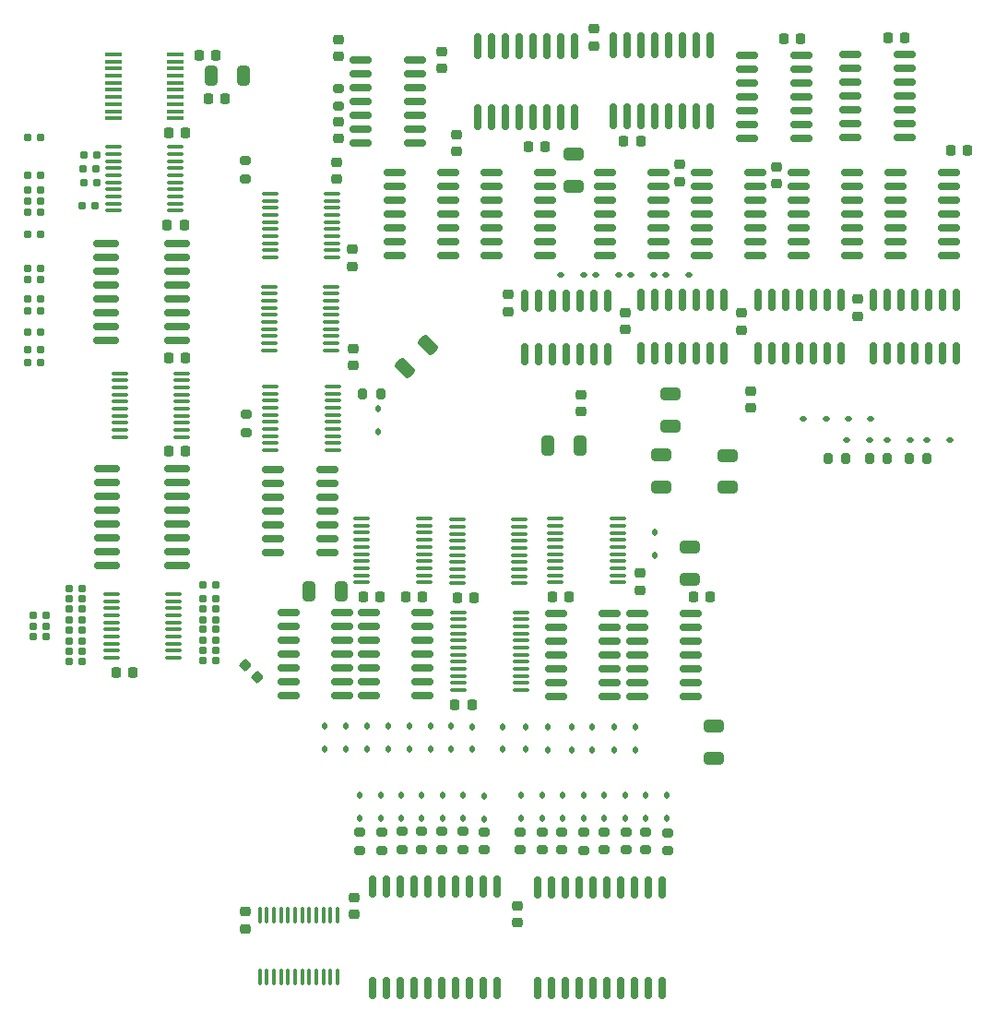
<source format=gbr>
%TF.GenerationSoftware,KiCad,Pcbnew,9.0.0*%
%TF.CreationDate,2025-04-23T17:40:48-07:00*%
%TF.ProjectId,ntscv2,6e747363-7632-42e6-9b69-6361645f7063,rev?*%
%TF.SameCoordinates,Original*%
%TF.FileFunction,Paste,Top*%
%TF.FilePolarity,Positive*%
%FSLAX46Y46*%
G04 Gerber Fmt 4.6, Leading zero omitted, Abs format (unit mm)*
G04 Created by KiCad (PCBNEW 9.0.0) date 2025-04-23 17:40:48*
%MOMM*%
%LPD*%
G01*
G04 APERTURE LIST*
G04 Aperture macros list*
%AMRoundRect*
0 Rectangle with rounded corners*
0 $1 Rounding radius*
0 $2 $3 $4 $5 $6 $7 $8 $9 X,Y pos of 4 corners*
0 Add a 4 corners polygon primitive as box body*
4,1,4,$2,$3,$4,$5,$6,$7,$8,$9,$2,$3,0*
0 Add four circle primitives for the rounded corners*
1,1,$1+$1,$2,$3*
1,1,$1+$1,$4,$5*
1,1,$1+$1,$6,$7*
1,1,$1+$1,$8,$9*
0 Add four rect primitives between the rounded corners*
20,1,$1+$1,$2,$3,$4,$5,0*
20,1,$1+$1,$4,$5,$6,$7,0*
20,1,$1+$1,$6,$7,$8,$9,0*
20,1,$1+$1,$8,$9,$2,$3,0*%
G04 Aperture macros list end*
%ADD10RoundRect,0.100000X-0.637500X-0.100000X0.637500X-0.100000X0.637500X0.100000X-0.637500X0.100000X0*%
%ADD11RoundRect,0.160000X0.197500X0.160000X-0.197500X0.160000X-0.197500X-0.160000X0.197500X-0.160000X0*%
%ADD12RoundRect,0.112500X-0.112500X0.187500X-0.112500X-0.187500X0.112500X-0.187500X0.112500X0.187500X0*%
%ADD13RoundRect,0.112500X0.112500X-0.187500X0.112500X0.187500X-0.112500X0.187500X-0.112500X-0.187500X0*%
%ADD14RoundRect,0.225000X-0.250000X0.225000X-0.250000X-0.225000X0.250000X-0.225000X0.250000X0.225000X0*%
%ADD15RoundRect,0.160000X-0.197500X-0.160000X0.197500X-0.160000X0.197500X0.160000X-0.197500X0.160000X0*%
%ADD16RoundRect,0.150000X0.150000X-0.875000X0.150000X0.875000X-0.150000X0.875000X-0.150000X-0.875000X0*%
%ADD17RoundRect,0.225000X0.250000X-0.225000X0.250000X0.225000X-0.250000X0.225000X-0.250000X-0.225000X0*%
%ADD18RoundRect,0.225000X0.225000X0.250000X-0.225000X0.250000X-0.225000X-0.250000X0.225000X-0.250000X0*%
%ADD19RoundRect,0.112500X-0.187500X-0.112500X0.187500X-0.112500X0.187500X0.112500X-0.187500X0.112500X0*%
%ADD20RoundRect,0.200000X0.275000X-0.200000X0.275000X0.200000X-0.275000X0.200000X-0.275000X-0.200000X0*%
%ADD21RoundRect,0.150000X-0.825000X-0.150000X0.825000X-0.150000X0.825000X0.150000X-0.825000X0.150000X0*%
%ADD22RoundRect,0.250000X0.325000X0.650000X-0.325000X0.650000X-0.325000X-0.650000X0.325000X-0.650000X0*%
%ADD23RoundRect,0.112500X0.187500X0.112500X-0.187500X0.112500X-0.187500X-0.112500X0.187500X-0.112500X0*%
%ADD24RoundRect,0.250000X0.650000X-0.325000X0.650000X0.325000X-0.650000X0.325000X-0.650000X-0.325000X0*%
%ADD25RoundRect,0.250000X-0.650000X0.325000X-0.650000X-0.325000X0.650000X-0.325000X0.650000X0.325000X0*%
%ADD26RoundRect,0.250000X-0.325000X-0.650000X0.325000X-0.650000X0.325000X0.650000X-0.325000X0.650000X0*%
%ADD27RoundRect,0.225000X-0.225000X-0.250000X0.225000X-0.250000X0.225000X0.250000X-0.225000X0.250000X0*%
%ADD28RoundRect,0.100000X0.637500X0.100000X-0.637500X0.100000X-0.637500X-0.100000X0.637500X-0.100000X0*%
%ADD29RoundRect,0.150000X0.150000X-0.825000X0.150000X0.825000X-0.150000X0.825000X-0.150000X-0.825000X0*%
%ADD30RoundRect,0.225000X-0.335876X-0.017678X-0.017678X-0.335876X0.335876X0.017678X0.017678X0.335876X0*%
%ADD31RoundRect,0.150000X-0.150000X1.050000X-0.150000X-1.050000X0.150000X-1.050000X0.150000X1.050000X0*%
%ADD32RoundRect,0.100000X-0.675000X-0.100000X0.675000X-0.100000X0.675000X0.100000X-0.675000X0.100000X0*%
%ADD33RoundRect,0.200000X-0.200000X-0.275000X0.200000X-0.275000X0.200000X0.275000X-0.200000X0.275000X0*%
%ADD34RoundRect,0.200000X0.200000X0.275000X-0.200000X0.275000X-0.200000X-0.275000X0.200000X-0.275000X0*%
%ADD35RoundRect,0.250000X0.229810X-0.689429X0.689429X-0.229810X-0.229810X0.689429X-0.689429X0.229810X0*%
%ADD36RoundRect,0.200000X-0.275000X0.200000X-0.275000X-0.200000X0.275000X-0.200000X0.275000X0.200000X0*%
%ADD37RoundRect,0.150000X-1.050000X-0.150000X1.050000X-0.150000X1.050000X0.150000X-1.050000X0.150000X0*%
%ADD38RoundRect,0.100000X0.100000X-0.637500X0.100000X0.637500X-0.100000X0.637500X-0.100000X-0.637500X0*%
%ADD39RoundRect,0.150000X0.150000X-1.050000X0.150000X1.050000X-0.150000X1.050000X-0.150000X-1.050000X0*%
G04 APERTURE END LIST*
D10*
%TO.C,U12*%
X122690000Y-39540000D03*
X122690000Y-40190000D03*
X122690000Y-40840000D03*
X122690000Y-41490000D03*
X122690000Y-42140000D03*
X122690000Y-42790000D03*
X122690000Y-43440000D03*
X122690000Y-44090000D03*
X122690000Y-44740000D03*
X122690000Y-45390000D03*
X128415000Y-45390000D03*
X128415000Y-44740000D03*
X128415000Y-44090000D03*
X128415000Y-43440000D03*
X128415000Y-42790000D03*
X128415000Y-42140000D03*
X128415000Y-41490000D03*
X128415000Y-40840000D03*
X128415000Y-40190000D03*
X128415000Y-39540000D03*
%TD*%
D11*
%TO.C,R67*%
X116017500Y-58130000D03*
X114822500Y-58130000D03*
%TD*%
D12*
%TO.C,D30*%
X171590673Y-99065494D03*
X171590673Y-101165494D03*
%TD*%
D13*
%TO.C,D16*%
X153720001Y-94797501D03*
X153719997Y-92697501D03*
%TD*%
D14*
%TO.C,C11*%
X190990000Y-53500000D03*
X190990000Y-55050000D03*
%TD*%
D15*
%TO.C,R48*%
X118630000Y-80025000D03*
X119825000Y-80025000D03*
%TD*%
D11*
%TO.C,R66*%
X116017500Y-53480000D03*
X114822500Y-53480000D03*
%TD*%
%TO.C,R61*%
X116017500Y-42125000D03*
X114822500Y-42125000D03*
%TD*%
D16*
%TO.C,U35*%
X146465001Y-116734999D03*
X147735001Y-116734999D03*
X149005001Y-116735001D03*
X150275001Y-116734999D03*
X151545000Y-116734998D03*
X152815001Y-116734999D03*
X154085003Y-116734999D03*
X155355000Y-116734999D03*
X156625001Y-116735000D03*
X157895001Y-116734998D03*
X157895001Y-107434999D03*
X156625001Y-107434999D03*
X155355001Y-107434997D03*
X154085001Y-107434999D03*
X152815002Y-107435000D03*
X151545001Y-107434999D03*
X150274999Y-107434999D03*
X149005002Y-107434999D03*
X147735001Y-107434998D03*
X146465001Y-107435000D03*
%TD*%
D17*
%TO.C,C9*%
X180350000Y-56320000D03*
X180350000Y-54770000D03*
%TD*%
%TO.C,C22*%
X152800000Y-32300000D03*
X152800000Y-30750000D03*
%TD*%
D12*
%TO.C,D26*%
X169682338Y-99026494D03*
X169682338Y-101126494D03*
%TD*%
D18*
%TO.C,C10*%
X129295000Y-38250000D03*
X127745000Y-38250000D03*
%TD*%
D11*
%TO.C,R59*%
X116017500Y-56560000D03*
X114822500Y-56560000D03*
%TD*%
D12*
%TO.C,D25*%
X162059998Y-99035996D03*
X162060002Y-101135998D03*
%TD*%
D19*
%TO.C,D4*%
X197387501Y-66460000D03*
X199487501Y-66460000D03*
%TD*%
D20*
%TO.C,R25*%
X149224006Y-104010991D03*
X149224006Y-102360995D03*
%TD*%
D21*
%TO.C,U10*%
X194499998Y-41870000D03*
X194499998Y-43140000D03*
X194499999Y-44409999D03*
X194499998Y-45680000D03*
X194499998Y-46950000D03*
X194499998Y-48220001D03*
X194499998Y-49490001D03*
X199449998Y-49490000D03*
X199449998Y-48220000D03*
X199449997Y-46950001D03*
X199449998Y-45680000D03*
X199449998Y-44410000D03*
X199449998Y-43139999D03*
X199449998Y-41869999D03*
%TD*%
D11*
%TO.C,R57*%
X116017500Y-51660000D03*
X114822500Y-51660000D03*
%TD*%
D17*
%TO.C,C36*%
X144675000Y-59575000D03*
X144675000Y-58025000D03*
%TD*%
D20*
%TO.C,R21*%
X147324006Y-104085991D03*
X147324006Y-102435995D03*
%TD*%
D11*
%TO.C,R55*%
X121147500Y-42850000D03*
X119952500Y-42850000D03*
%TD*%
D21*
%TO.C,U19*%
X148500000Y-41900001D03*
X148500000Y-43170001D03*
X148500001Y-44440000D03*
X148500000Y-45710001D03*
X148500000Y-46980001D03*
X148500000Y-48250002D03*
X148500000Y-49520002D03*
X153450000Y-49520001D03*
X153450000Y-48250001D03*
X153449999Y-46980002D03*
X153450000Y-45710001D03*
X153450000Y-44440001D03*
X153450000Y-43170000D03*
X153450000Y-41900000D03*
%TD*%
D22*
%TO.C,C45*%
X143625002Y-80325000D03*
X140675000Y-80325000D03*
%TD*%
D12*
%TO.C,D28*%
X154815663Y-99065494D03*
X154815663Y-101165494D03*
%TD*%
D11*
%TO.C,R44*%
X132072500Y-80975000D03*
X130877500Y-80975000D03*
%TD*%
D23*
%TO.C,D2*%
X192247501Y-64480000D03*
X190147501Y-64480000D03*
%TD*%
D20*
%TO.C,R23*%
X163875000Y-104024999D03*
X163875000Y-102375001D03*
%TD*%
D24*
%TO.C,C46*%
X175610000Y-79240002D03*
X175610000Y-76290000D03*
%TD*%
D25*
%TO.C,C49*%
X164970000Y-40160000D03*
X164970000Y-43110002D03*
%TD*%
D26*
%TO.C,C42*%
X131700000Y-33010000D03*
X134650002Y-33010000D03*
%TD*%
D11*
%TO.C,R38*%
X132072500Y-85775000D03*
X130877500Y-85775000D03*
%TD*%
D27*
%TO.C,C25*%
X127765001Y-67427501D03*
X129315001Y-67427501D03*
%TD*%
D17*
%TO.C,C35*%
X144640000Y-50495000D03*
X144640000Y-48945000D03*
%TD*%
D27*
%TO.C,C27*%
X130585000Y-31130000D03*
X132135000Y-31130000D03*
%TD*%
D17*
%TO.C,C17*%
X169650000Y-56290000D03*
X169650000Y-54740000D03*
%TD*%
D21*
%TO.C,U22*%
X145407499Y-31525000D03*
X145407499Y-32795000D03*
X145407500Y-34065000D03*
X145407499Y-35335000D03*
X145407499Y-36605001D03*
X145407499Y-37875001D03*
X145407499Y-39145001D03*
X150357499Y-39145002D03*
X150357499Y-37875002D03*
X150357498Y-36605002D03*
X150357499Y-35335002D03*
X150357499Y-34065001D03*
X150357499Y-32795001D03*
X150357499Y-31525001D03*
%TD*%
D10*
%TO.C,U13*%
X137079433Y-43821980D03*
X137079433Y-44471979D03*
X137079433Y-45121979D03*
X137079432Y-45771978D03*
X137079433Y-46421979D03*
X137079433Y-47071979D03*
X137079433Y-47721979D03*
X137079433Y-48371979D03*
X137079433Y-49021979D03*
X137079433Y-49671979D03*
X142804433Y-49671978D03*
X142804433Y-49021979D03*
X142804433Y-48371979D03*
X142804434Y-47721980D03*
X142804433Y-47071979D03*
X142804433Y-46421979D03*
X142804433Y-45771979D03*
X142804433Y-45121979D03*
X142804433Y-44471979D03*
X142804433Y-43821979D03*
%TD*%
D20*
%TO.C,R29*%
X151014005Y-104015490D03*
X151014005Y-102365494D03*
%TD*%
D15*
%TO.C,R45*%
X118630000Y-85800000D03*
X119825000Y-85800000D03*
%TD*%
D28*
%TO.C,U26*%
X160085001Y-89385003D03*
X160085001Y-88735003D03*
X160085001Y-88085003D03*
X160085001Y-87435003D03*
X160085001Y-86785003D03*
X160085001Y-86135003D03*
X160085001Y-85485003D03*
X160085001Y-84835003D03*
X160085001Y-84185003D03*
X160085001Y-83535003D03*
X160085001Y-82885003D03*
X160085001Y-82235003D03*
X154360001Y-82235003D03*
X154360001Y-82885003D03*
X154360001Y-83535003D03*
X154360001Y-84185003D03*
X154360001Y-84835003D03*
X154360001Y-85485003D03*
X154360001Y-86135003D03*
X154360001Y-86785003D03*
X154360001Y-87435003D03*
X154360001Y-88085003D03*
X154360001Y-88735003D03*
X154360001Y-89385003D03*
%TD*%
D27*
%TO.C,C24*%
X145625000Y-80805002D03*
X147175000Y-80805002D03*
%TD*%
D18*
%TO.C,C33*%
X129290001Y-58932501D03*
X127740001Y-58932501D03*
%TD*%
D29*
%TO.C,U4*%
X160499999Y-58564999D03*
X161769999Y-58564999D03*
X163040001Y-58564998D03*
X164309998Y-58564998D03*
X165579999Y-58564999D03*
X166850000Y-58564999D03*
X168120000Y-58564999D03*
X168119999Y-53614999D03*
X166849999Y-53614999D03*
X165579997Y-53615000D03*
X164310000Y-53615000D03*
X163039999Y-53614999D03*
X161769998Y-53614999D03*
X160499998Y-53614999D03*
%TD*%
D23*
%TO.C,D41*%
X172307511Y-51284995D03*
X170207505Y-51284999D03*
%TD*%
D11*
%TO.C,R53*%
X121147500Y-40250000D03*
X119952500Y-40250000D03*
%TD*%
D20*
%TO.C,R27*%
X165890670Y-104067495D03*
X165890670Y-102417497D03*
%TD*%
D27*
%TO.C,C20*%
X169540000Y-39010000D03*
X171090000Y-39010000D03*
%TD*%
D21*
%TO.C,U15*%
X167800000Y-41880001D03*
X167800000Y-43150001D03*
X167800001Y-44420003D03*
X167800000Y-45690001D03*
X167800000Y-46960001D03*
X167800000Y-48230002D03*
X167800000Y-49500002D03*
X172750000Y-49500001D03*
X172750000Y-48230001D03*
X172749999Y-46959999D03*
X172750000Y-45690001D03*
X172750000Y-44420001D03*
X172750000Y-43150000D03*
X172750000Y-41880000D03*
%TD*%
%TO.C,U37*%
X146141332Y-82300000D03*
X146141332Y-83570000D03*
X146141333Y-84840002D03*
X146141332Y-86110000D03*
X146141332Y-87380000D03*
X146141332Y-88650001D03*
X146141332Y-89920001D03*
X151091332Y-89920000D03*
X151091332Y-88650000D03*
X151091331Y-87379998D03*
X151091332Y-86110000D03*
X151091332Y-84840000D03*
X151091332Y-83569999D03*
X151091332Y-82299999D03*
%TD*%
D10*
%TO.C,U5*%
X137105003Y-61509998D03*
X137105003Y-62159997D03*
X137105002Y-62809996D03*
X137105002Y-63459996D03*
X137105003Y-64109997D03*
X137105003Y-64759997D03*
X137105003Y-65409997D03*
X137105003Y-66059997D03*
X137105003Y-66709997D03*
X137105003Y-67359997D03*
X142830003Y-67359996D03*
X142830003Y-66709997D03*
X142830004Y-66059998D03*
X142830004Y-65409998D03*
X142830003Y-64759997D03*
X142830003Y-64109997D03*
X142830003Y-63459997D03*
X142830003Y-62809997D03*
X142830003Y-62159997D03*
X142830003Y-61509997D03*
%TD*%
%TO.C,U7*%
X136993265Y-52357070D03*
X136993265Y-53007069D03*
X136993264Y-53657068D03*
X136993264Y-54307068D03*
X136993265Y-54957069D03*
X136993265Y-55607069D03*
X136993265Y-56257069D03*
X136993265Y-56907069D03*
X136993265Y-57557069D03*
X136993265Y-58207069D03*
X142718265Y-58207068D03*
X142718265Y-57557069D03*
X142718266Y-56907070D03*
X142718266Y-56257070D03*
X142718265Y-55607069D03*
X142718265Y-54957069D03*
X142718265Y-54307069D03*
X142718265Y-53657069D03*
X142718265Y-53007069D03*
X142718265Y-52357069D03*
%TD*%
D14*
%TO.C,C8*%
X183590000Y-41355000D03*
X183590000Y-42905000D03*
%TD*%
D12*
%TO.C,D36*%
X146991736Y-63572929D03*
X146991736Y-65672929D03*
%TD*%
%TO.C,D21*%
X160114005Y-99040494D03*
X160114005Y-101140494D03*
%TD*%
D28*
%TO.C,U20*%
X128245002Y-86415001D03*
X128245002Y-85765002D03*
X128245003Y-85115003D03*
X128245003Y-84465003D03*
X128245002Y-83815002D03*
X128245002Y-83165002D03*
X128245002Y-82515002D03*
X128245002Y-81865002D03*
X128245002Y-81215002D03*
X128245002Y-80565002D03*
X122520002Y-80565003D03*
X122520002Y-81215002D03*
X122520001Y-81865001D03*
X122520001Y-82515001D03*
X122520002Y-83165002D03*
X122520002Y-83815002D03*
X122520002Y-84465002D03*
X122520002Y-85115002D03*
X122520002Y-85765002D03*
X122520002Y-86415002D03*
%TD*%
D15*
%TO.C,R33*%
X118630000Y-86750000D03*
X119825000Y-86750000D03*
%TD*%
D29*
%TO.C,U38*%
X192504999Y-58514999D03*
X193774999Y-58514999D03*
X195044999Y-58514999D03*
X196314999Y-58514999D03*
X197584999Y-58514999D03*
X198854999Y-58514999D03*
X200124999Y-58514999D03*
X200124999Y-53564999D03*
X198854999Y-53564999D03*
X197584999Y-53564999D03*
X196314999Y-53564999D03*
X195044999Y-53564999D03*
X193774999Y-53564999D03*
X192504999Y-53564999D03*
%TD*%
D16*
%TO.C,U34*%
X161640000Y-116762498D03*
X162910000Y-116762498D03*
X164180000Y-116762500D03*
X165450000Y-116762498D03*
X166719999Y-116762497D03*
X167990000Y-116762498D03*
X169260002Y-116762498D03*
X170529999Y-116762498D03*
X171800000Y-116762499D03*
X173070000Y-116762497D03*
X173070000Y-107462498D03*
X171800000Y-107462498D03*
X170530000Y-107462496D03*
X169260000Y-107462498D03*
X167990001Y-107462499D03*
X166720000Y-107462498D03*
X165449998Y-107462498D03*
X164180001Y-107462498D03*
X162910000Y-107462497D03*
X161640000Y-107462499D03*
%TD*%
D13*
%TO.C,D20*%
X146000004Y-94800000D03*
X146000000Y-92700000D03*
%TD*%
D20*
%TO.C,R15*%
X160070669Y-104048990D03*
X160070669Y-102398992D03*
%TD*%
%TO.C,R28*%
X173564005Y-104115492D03*
X173564005Y-102465494D03*
%TD*%
D11*
%TO.C,R40*%
X132072500Y-81950000D03*
X130877500Y-81950000D03*
%TD*%
D20*
%TO.C,R26*%
X156739005Y-104040492D03*
X156739005Y-102390494D03*
%TD*%
D30*
%TO.C,C29*%
X134803984Y-87103984D03*
X135900000Y-88200000D03*
%TD*%
D12*
%TO.C,D23*%
X145314005Y-99065494D03*
X145314005Y-101165494D03*
%TD*%
D21*
%TO.C,U36*%
X138750000Y-82305003D03*
X138750000Y-83575003D03*
X138750001Y-84845005D03*
X138750000Y-86115003D03*
X138750000Y-87385003D03*
X138750000Y-88655004D03*
X138750000Y-89925004D03*
X143700000Y-89925003D03*
X143700000Y-88655003D03*
X143699999Y-87385001D03*
X143700000Y-86115003D03*
X143700000Y-84845003D03*
X143700000Y-83575002D03*
X143700000Y-82305002D03*
%TD*%
D31*
%TO.C,U21*%
X165029998Y-30300000D03*
X163759999Y-30299999D03*
X162489999Y-30299999D03*
X161219999Y-30299999D03*
X159949999Y-30299999D03*
X158679999Y-30299999D03*
X157409998Y-30300000D03*
X156139999Y-30299999D03*
X156140000Y-36800000D03*
X157409999Y-36800001D03*
X158679999Y-36800001D03*
X159949999Y-36800001D03*
X161219999Y-36800001D03*
X162489999Y-36800001D03*
X163760000Y-36800000D03*
X165029999Y-36800001D03*
%TD*%
D27*
%TO.C,C28*%
X122950000Y-87750000D03*
X124500000Y-87750000D03*
%TD*%
D32*
%TO.C,U14*%
X122660000Y-31050003D03*
X122660001Y-31700003D03*
X122660001Y-32350004D03*
X122660001Y-33000003D03*
X122660001Y-33650003D03*
X122660000Y-34300003D03*
X122660001Y-34950003D03*
X122660001Y-35600003D03*
X122660001Y-36250004D03*
X122660000Y-36900003D03*
X128410002Y-36900003D03*
X128410001Y-36250003D03*
X128410001Y-35600002D03*
X128410001Y-34950003D03*
X128410001Y-34300003D03*
X128410002Y-33650003D03*
X128410001Y-33000003D03*
X128410001Y-32350003D03*
X128410001Y-31700002D03*
X128410002Y-31050003D03*
%TD*%
D23*
%TO.C,D42*%
X165857507Y-51284998D03*
X163757501Y-51285002D03*
%TD*%
D20*
%TO.C,R20*%
X169744002Y-104040493D03*
X169744002Y-102390497D03*
%TD*%
D25*
%TO.C,C43*%
X173850000Y-62199999D03*
X173850000Y-65150001D03*
%TD*%
D27*
%TO.C,C31*%
X154060001Y-90735003D03*
X155610001Y-90735003D03*
%TD*%
D33*
%TO.C,R34*%
X145575004Y-62200000D03*
X147225000Y-62200000D03*
%TD*%
D20*
%TO.C,R24*%
X171512335Y-104026495D03*
X171512335Y-102376497D03*
%TD*%
D13*
%TO.C,D10*%
X158433996Y-94827500D03*
X158433992Y-92727500D03*
%TD*%
D12*
%TO.C,D32*%
X156739005Y-99090494D03*
X156739005Y-101190494D03*
%TD*%
D34*
%TO.C,R9*%
X197412501Y-68160001D03*
X195762501Y-68160001D03*
%TD*%
D27*
%TO.C,C23*%
X175935000Y-80845004D03*
X177485000Y-80845004D03*
%TD*%
%TO.C,C21*%
X154290000Y-80900000D03*
X155840000Y-80900000D03*
%TD*%
D34*
%TO.C,R10*%
X189937502Y-68134999D03*
X188287502Y-68134999D03*
%TD*%
D35*
%TO.C,C48*%
X149467017Y-59832983D03*
X151552983Y-57747017D03*
%TD*%
D15*
%TO.C,R46*%
X118630000Y-83900000D03*
X119825000Y-83900000D03*
%TD*%
D11*
%TO.C,R52*%
X116017500Y-38670000D03*
X114822500Y-38670000D03*
%TD*%
D20*
%TO.C,R18*%
X152877341Y-104007492D03*
X152877341Y-102357494D03*
%TD*%
D13*
%TO.C,D14*%
X149892999Y-94772503D03*
X149892995Y-92672503D03*
%TD*%
D11*
%TO.C,R30*%
X132072500Y-82925000D03*
X130877500Y-82925000D03*
%TD*%
D23*
%TO.C,D1*%
X188117501Y-64480000D03*
X186017501Y-64480000D03*
%TD*%
D34*
%TO.C,R8*%
X193737501Y-68134999D03*
X192087501Y-68134999D03*
%TD*%
D12*
%TO.C,D34*%
X173514003Y-99065491D03*
X173514007Y-101165493D03*
%TD*%
D21*
%TO.C,U3*%
X185595000Y-41910000D03*
X185595000Y-43180000D03*
X185595000Y-44450000D03*
X185595000Y-45720000D03*
X185595000Y-46990000D03*
X185595000Y-48260000D03*
X185595000Y-49530000D03*
X190545000Y-49530000D03*
X190545000Y-48260000D03*
X190545000Y-46990000D03*
X190545000Y-45720000D03*
X190545000Y-44450000D03*
X190545000Y-43180000D03*
X190545000Y-41910000D03*
%TD*%
D18*
%TO.C,C30*%
X151080000Y-80790000D03*
X149530000Y-80790000D03*
%TD*%
D15*
%TO.C,R49*%
X115322500Y-82500000D03*
X116517500Y-82500000D03*
%TD*%
D36*
%TO.C,R1*%
X143382502Y-34145001D03*
X143382500Y-35794999D03*
%TD*%
D27*
%TO.C,C14*%
X162978669Y-80815002D03*
X164528669Y-80815002D03*
%TD*%
D20*
%TO.C,R17*%
X145310671Y-104107992D03*
X145310671Y-102457994D03*
%TD*%
D17*
%TO.C,C5*%
X166800000Y-30250000D03*
X166800000Y-28700000D03*
%TD*%
D14*
%TO.C,C4*%
X158979999Y-53090000D03*
X158979999Y-54640000D03*
%TD*%
D13*
%TO.C,D11*%
X160530002Y-94830000D03*
X160529998Y-92730000D03*
%TD*%
D17*
%TO.C,C1*%
X143357499Y-31220000D03*
X143357499Y-29670000D03*
%TD*%
D19*
%TO.C,D3*%
X193712500Y-66460000D03*
X195812500Y-66460000D03*
%TD*%
D15*
%TO.C,R50*%
X115322500Y-83500000D03*
X116517500Y-83500000D03*
%TD*%
D21*
%TO.C,U1*%
X180900000Y-31140000D03*
X180900000Y-32410000D03*
X180900000Y-33680000D03*
X180900000Y-34950000D03*
X180900000Y-36220000D03*
X180900000Y-37490000D03*
X180900000Y-38760000D03*
X185850000Y-38760000D03*
X185850000Y-37490000D03*
X185850000Y-36220000D03*
X185850000Y-34950000D03*
X185850000Y-33680000D03*
X185850000Y-32410000D03*
X185850000Y-31140000D03*
%TD*%
D13*
%TO.C,D19*%
X142080004Y-94800000D03*
X142080000Y-92700000D03*
%TD*%
D10*
%TO.C,U6*%
X123280000Y-60300000D03*
X123280000Y-60949999D03*
X123279999Y-61599998D03*
X123279999Y-62249998D03*
X123280000Y-62899999D03*
X123280000Y-63549999D03*
X123280000Y-64199999D03*
X123280000Y-64849999D03*
X123280000Y-65499999D03*
X123280000Y-66149999D03*
X129005000Y-66149998D03*
X129005000Y-65499999D03*
X129005001Y-64850000D03*
X129005001Y-64200000D03*
X129005000Y-63549999D03*
X129005000Y-62899999D03*
X129005000Y-62249999D03*
X129005000Y-61599999D03*
X129005000Y-60949999D03*
X129005000Y-60299999D03*
%TD*%
D14*
%TO.C,C37*%
X181210000Y-61950000D03*
X181210000Y-63500000D03*
%TD*%
%TO.C,C15*%
X174710000Y-41135000D03*
X174710000Y-42685000D03*
%TD*%
%TO.C,C40*%
X144800000Y-108425000D03*
X144800000Y-109975000D03*
%TD*%
D11*
%TO.C,R65*%
X116017500Y-50700000D03*
X114822500Y-50700000D03*
%TD*%
D17*
%TO.C,C32*%
X171020000Y-80200000D03*
X171020000Y-78650000D03*
%TD*%
D20*
%TO.C,R31*%
X134925000Y-65724996D03*
X134925000Y-64075000D03*
%TD*%
D15*
%TO.C,R36*%
X118630000Y-82925000D03*
X119825000Y-82925000D03*
%TD*%
D13*
%TO.C,D7*%
X166670000Y-94850000D03*
X166669996Y-92750000D03*
%TD*%
D26*
%TO.C,C44*%
X162604999Y-66950000D03*
X165555001Y-66950000D03*
%TD*%
D37*
%TO.C,U24*%
X122015001Y-48370002D03*
X122015000Y-49640001D03*
X122015001Y-50910002D03*
X122015002Y-52180001D03*
X122015000Y-53450001D03*
X122015000Y-54720001D03*
X122015001Y-55990002D03*
X122015000Y-57260001D03*
X128515001Y-57260000D03*
X128515002Y-55990001D03*
X128515001Y-54720000D03*
X128515000Y-53450001D03*
X128515002Y-52180001D03*
X128515002Y-50910001D03*
X128515001Y-49640000D03*
X128515002Y-48370001D03*
%TD*%
D29*
%TO.C,U9*%
X181864999Y-58495000D03*
X183134999Y-58495000D03*
X184404999Y-58495000D03*
X185674999Y-58495000D03*
X186944999Y-58495000D03*
X188214999Y-58495000D03*
X189484999Y-58495000D03*
X189484999Y-53545000D03*
X188214999Y-53545000D03*
X186944999Y-53545000D03*
X185674999Y-53545000D03*
X184404999Y-53545000D03*
X183134999Y-53545000D03*
X181864999Y-53545000D03*
%TD*%
D23*
%TO.C,D37*%
X175550007Y-51284995D03*
X173450001Y-51284999D03*
%TD*%
D11*
%TO.C,R54*%
X121125000Y-41575000D03*
X119930000Y-41575000D03*
%TD*%
D12*
%TO.C,D35*%
X151014004Y-99065493D03*
X151014004Y-101165493D03*
%TD*%
D38*
%TO.C,U30*%
X136125003Y-115730000D03*
X136775004Y-115730000D03*
X137425003Y-115730000D03*
X138075002Y-115730001D03*
X138725002Y-115730001D03*
X139375003Y-115730000D03*
X140025003Y-115730000D03*
X140675003Y-115730000D03*
X141325003Y-115730000D03*
X141975003Y-115730000D03*
X142625003Y-115730000D03*
X143275003Y-115730000D03*
X143275003Y-110005000D03*
X142625002Y-110005000D03*
X141975003Y-110005000D03*
X141325004Y-110004999D03*
X140675004Y-110004999D03*
X140025003Y-110005000D03*
X139375003Y-110005000D03*
X138725003Y-110005000D03*
X138075003Y-110005000D03*
X137425003Y-110005000D03*
X136775003Y-110005000D03*
X136125003Y-110005000D03*
%TD*%
D12*
%TO.C,D29*%
X163935002Y-99035998D03*
X163935002Y-101135998D03*
%TD*%
D13*
%TO.C,D18*%
X144040004Y-94800000D03*
X144040000Y-92700000D03*
%TD*%
D37*
%TO.C,U23*%
X122077501Y-69077503D03*
X122077500Y-70347502D03*
X122077501Y-71617503D03*
X122077502Y-72887502D03*
X122077500Y-74157502D03*
X122077500Y-75427502D03*
X122077501Y-76697503D03*
X122077500Y-77967502D03*
X128577501Y-77967501D03*
X128577502Y-76697502D03*
X128577501Y-75427501D03*
X128577500Y-74157502D03*
X128577502Y-72887502D03*
X128577502Y-71617502D03*
X128577501Y-70347501D03*
X128577502Y-69077502D03*
%TD*%
D27*
%TO.C,C19*%
X199575000Y-39850000D03*
X201125000Y-39850000D03*
%TD*%
D11*
%TO.C,R60*%
X116017500Y-43520000D03*
X114822500Y-43520000D03*
%TD*%
%TO.C,R42*%
X132072500Y-86700000D03*
X130877500Y-86700000D03*
%TD*%
D12*
%TO.C,D27*%
X147214005Y-99065494D03*
X147214005Y-101165494D03*
%TD*%
D24*
%TO.C,C47*%
X177830000Y-95655002D03*
X177830000Y-92705000D03*
%TD*%
D20*
%TO.C,R22*%
X154815659Y-104015493D03*
X154815659Y-102365495D03*
%TD*%
D11*
%TO.C,R68*%
X116017500Y-59310000D03*
X114822500Y-59310000D03*
%TD*%
D20*
%TO.C,R16*%
X167747335Y-104052991D03*
X167747335Y-102402993D03*
%TD*%
D15*
%TO.C,R47*%
X118630000Y-81925000D03*
X119825000Y-81925000D03*
%TD*%
D21*
%TO.C,U25*%
X137368264Y-69117071D03*
X137368264Y-70387071D03*
X137368264Y-71657071D03*
X137368264Y-72927071D03*
X137368264Y-74197071D03*
X137368264Y-75467071D03*
X137368264Y-76737071D03*
X142318264Y-76737071D03*
X142318264Y-75467071D03*
X142318264Y-74197071D03*
X142318264Y-72927071D03*
X142318264Y-71657071D03*
X142318264Y-70387071D03*
X142318264Y-69117071D03*
%TD*%
%TO.C,U2*%
X190390000Y-31010000D03*
X190390000Y-32280000D03*
X190390000Y-33550000D03*
X190390000Y-34820000D03*
X190390000Y-36090000D03*
X190390000Y-37360000D03*
X190390000Y-38630000D03*
X195340000Y-38630000D03*
X195340000Y-37360000D03*
X195340000Y-36090000D03*
X195340000Y-34820000D03*
X195340000Y-33550000D03*
X195340000Y-32280000D03*
X195340000Y-31010000D03*
%TD*%
D13*
%TO.C,D9*%
X168696663Y-94860002D03*
X168696659Y-92760002D03*
%TD*%
D14*
%TO.C,C38*%
X134825000Y-109730002D03*
X134825000Y-111280002D03*
%TD*%
D20*
%TO.C,R19*%
X162029999Y-104035995D03*
X162029999Y-102385999D03*
%TD*%
D13*
%TO.C,D13*%
X162580002Y-94860000D03*
X162579998Y-92760000D03*
%TD*%
%TO.C,D12*%
X164740002Y-94840000D03*
X164739998Y-92740000D03*
%TD*%
D18*
%TO.C,C6*%
X185775000Y-29600000D03*
X184225000Y-29600000D03*
%TD*%
D17*
%TO.C,C41*%
X154200000Y-39940000D03*
X154200000Y-38390000D03*
%TD*%
D21*
%TO.C,U8*%
X176680000Y-41900000D03*
X176680000Y-43170000D03*
X176680000Y-44440000D03*
X176680000Y-45710000D03*
X176680000Y-46980000D03*
X176680000Y-48250000D03*
X176680000Y-49520000D03*
X181630000Y-49520000D03*
X181630000Y-48250000D03*
X181630000Y-46980000D03*
X181630000Y-45710000D03*
X181630000Y-44440000D03*
X181630000Y-43170000D03*
X181630000Y-41900000D03*
%TD*%
D36*
%TO.C,R32*%
X134820000Y-40820004D03*
X134820000Y-42470000D03*
%TD*%
D13*
%TO.C,D39*%
X147960000Y-94800000D03*
X147960000Y-92700000D03*
%TD*%
D12*
%TO.C,D24*%
X152924006Y-99060995D03*
X152924006Y-101160995D03*
%TD*%
D11*
%TO.C,R41*%
X132115000Y-79720000D03*
X130920000Y-79720000D03*
%TD*%
%TO.C,R62*%
X116017500Y-45480000D03*
X114822500Y-45480000D03*
%TD*%
D12*
%TO.C,D33*%
X165864005Y-99040494D03*
X165864005Y-101140494D03*
%TD*%
D29*
%TO.C,U11*%
X171170000Y-58490000D03*
X172440000Y-58490000D03*
X173710000Y-58490000D03*
X174980000Y-58490000D03*
X176250000Y-58490000D03*
X177520000Y-58490000D03*
X178790000Y-58490000D03*
X178790000Y-53540000D03*
X177520000Y-53540000D03*
X176250000Y-53540000D03*
X174980000Y-53540000D03*
X173710000Y-53540000D03*
X172440000Y-53540000D03*
X171170000Y-53540000D03*
%TD*%
D12*
%TO.C,D6*%
X172400000Y-74910000D03*
X172400004Y-77010002D03*
%TD*%
D14*
%TO.C,C2*%
X143382501Y-37220000D03*
X143382501Y-38770000D03*
%TD*%
%TO.C,C39*%
X159825000Y-109200000D03*
X159825000Y-110750000D03*
%TD*%
D15*
%TO.C,R51*%
X115302500Y-84460000D03*
X116497500Y-84460000D03*
%TD*%
D13*
%TO.C,D15*%
X151803000Y-94792502D03*
X151802996Y-92692502D03*
%TD*%
%TO.C,D17*%
X155632001Y-94837501D03*
X155631997Y-92737501D03*
%TD*%
D11*
%TO.C,R58*%
X116017500Y-54540000D03*
X114822500Y-54540000D03*
%TD*%
%TO.C,R56*%
X121007500Y-44940000D03*
X119812500Y-44940000D03*
%TD*%
D18*
%TO.C,C12*%
X162325000Y-39550000D03*
X160775000Y-39550000D03*
%TD*%
D23*
%TO.C,D38*%
X169100006Y-51284995D03*
X167000000Y-51284999D03*
%TD*%
D11*
%TO.C,R39*%
X132072500Y-83830000D03*
X130877500Y-83830000D03*
%TD*%
D39*
%TO.C,U18*%
X168625001Y-36725001D03*
X169895000Y-36725002D03*
X171165000Y-36725002D03*
X172435000Y-36725002D03*
X173705000Y-36725002D03*
X174975000Y-36725002D03*
X176245001Y-36725001D03*
X177515000Y-36725002D03*
X177514999Y-30225001D03*
X176245000Y-30225000D03*
X174975000Y-30225000D03*
X173705000Y-30225000D03*
X172435000Y-30225000D03*
X171165000Y-30225000D03*
X169894999Y-30225001D03*
X168625000Y-30225000D03*
%TD*%
D28*
%TO.C,U27*%
X168995001Y-79510000D03*
X168995001Y-78860001D03*
X168995002Y-78210002D03*
X168995002Y-77560002D03*
X168995001Y-76910001D03*
X168995001Y-76260001D03*
X168995001Y-75610001D03*
X168995001Y-74960001D03*
X168995001Y-74310001D03*
X168995001Y-73660001D03*
X163270001Y-73660002D03*
X163270001Y-74310001D03*
X163270000Y-74960000D03*
X163270000Y-75610000D03*
X163270001Y-76260001D03*
X163270001Y-76910001D03*
X163270001Y-77560001D03*
X163270001Y-78210001D03*
X163270001Y-78860001D03*
X163270001Y-79510001D03*
%TD*%
%TO.C,U31*%
X151200000Y-79490000D03*
X151200000Y-78840001D03*
X151200001Y-78190002D03*
X151200001Y-77540002D03*
X151200000Y-76890001D03*
X151200000Y-76240001D03*
X151200000Y-75590001D03*
X151200000Y-74940001D03*
X151200000Y-74290001D03*
X151200000Y-73640001D03*
X145475000Y-73640002D03*
X145475000Y-74290001D03*
X145474999Y-74940000D03*
X145474999Y-75590000D03*
X145475000Y-76240001D03*
X145475000Y-76890001D03*
X145475000Y-77540001D03*
X145475000Y-78190001D03*
X145475000Y-78840001D03*
X145475000Y-79490001D03*
%TD*%
D17*
%TO.C,C34*%
X143190000Y-42490000D03*
X143190000Y-40940000D03*
%TD*%
D13*
%TO.C,D8*%
X170640004Y-94860000D03*
X170640000Y-92760000D03*
%TD*%
D24*
%TO.C,C50*%
X173000000Y-70775002D03*
X173000000Y-67825000D03*
%TD*%
D11*
%TO.C,R64*%
X116017500Y-47570000D03*
X114822500Y-47570000D03*
%TD*%
D14*
%TO.C,C3*%
X165600000Y-62300000D03*
X165600000Y-63850000D03*
%TD*%
D12*
%TO.C,D31*%
X149107339Y-99063494D03*
X149107339Y-101163494D03*
%TD*%
D11*
%TO.C,R43*%
X132072500Y-84800000D03*
X130877500Y-84800000D03*
%TD*%
D15*
%TO.C,R37*%
X118630000Y-80975000D03*
X119825000Y-80975000D03*
%TD*%
D12*
%TO.C,D22*%
X167764005Y-99040494D03*
X167764005Y-101140494D03*
%TD*%
D18*
%TO.C,C26*%
X129180000Y-46720000D03*
X127630000Y-46720000D03*
%TD*%
D21*
%TO.C,U16*%
X157400000Y-41905002D03*
X157400000Y-43175002D03*
X157400000Y-44445002D03*
X157400000Y-45715002D03*
X157400000Y-46985002D03*
X157400000Y-48255002D03*
X157400000Y-49525002D03*
X162350000Y-49525002D03*
X162350000Y-48255002D03*
X162350000Y-46985002D03*
X162350000Y-45715002D03*
X162350000Y-44445002D03*
X162350000Y-43175002D03*
X162350000Y-41905002D03*
%TD*%
D15*
%TO.C,R35*%
X118630000Y-84850000D03*
X119825000Y-84850000D03*
%TD*%
D24*
%TO.C,C51*%
X179050000Y-70790002D03*
X179050000Y-67840000D03*
%TD*%
D21*
%TO.C,U33*%
X163342500Y-82364999D03*
X163342500Y-83634999D03*
X163342500Y-84904999D03*
X163342500Y-86174999D03*
X163342500Y-87444999D03*
X163342500Y-88714999D03*
X163342500Y-89984999D03*
X168292500Y-89984999D03*
X168292500Y-88714999D03*
X168292500Y-87444999D03*
X168292500Y-86174999D03*
X168292500Y-84904999D03*
X168292500Y-83634999D03*
X168292500Y-82364999D03*
%TD*%
D28*
%TO.C,U29*%
X159985000Y-79579999D03*
X159985000Y-78930000D03*
X159985001Y-78280001D03*
X159985001Y-77630001D03*
X159985000Y-76980000D03*
X159985000Y-76330000D03*
X159985000Y-75680000D03*
X159985000Y-75030000D03*
X159985000Y-74380000D03*
X159985000Y-73730000D03*
X154260000Y-73730001D03*
X154260000Y-74380000D03*
X154259999Y-75029999D03*
X154259999Y-75679999D03*
X154260000Y-76330000D03*
X154260000Y-76980000D03*
X154260000Y-77630000D03*
X154260000Y-78280000D03*
X154260000Y-78930000D03*
X154260000Y-79580000D03*
%TD*%
D18*
%TO.C,C7*%
X195345000Y-29495000D03*
X193795000Y-29495000D03*
%TD*%
D27*
%TO.C,C13*%
X131385000Y-35100000D03*
X132935000Y-35100000D03*
%TD*%
D21*
%TO.C,U32*%
X170792500Y-82390001D03*
X170792500Y-83660001D03*
X170792500Y-84930001D03*
X170792500Y-86200001D03*
X170792500Y-87470001D03*
X170792500Y-88740001D03*
X170792500Y-90010001D03*
X175742500Y-90010001D03*
X175742500Y-88740001D03*
X175742500Y-87470001D03*
X175742500Y-86200001D03*
X175742500Y-84930001D03*
X175742500Y-83660001D03*
X175742500Y-82390001D03*
%TD*%
D11*
%TO.C,R63*%
X116017500Y-44500000D03*
X114822500Y-44500000D03*
%TD*%
D19*
%TO.C,D5*%
X190012501Y-66435000D03*
X192112501Y-66435000D03*
%TD*%
M02*

</source>
